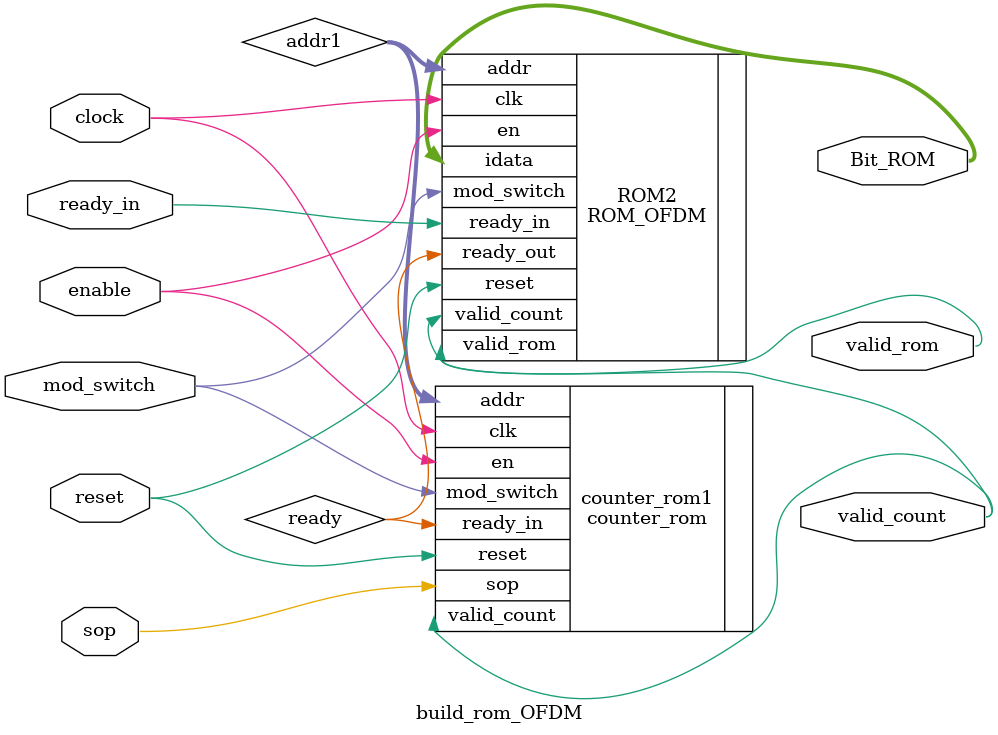
<source format=v>
    


module build_rom_OFDM
#(parameter ADDR_WIDTH=12)
(
	input clock, enable,reset, ready_in, mod_switch,sop,
	output [3:0] Bit_ROM,
	output valid_rom, valid_count
);
   wire [ADDR_WIDTH-1:0] addr1;
   wire ready;
	
	counter_rom counter_rom1							(.clk(clock),
									 				   	.en(enable),
														 .sop(sop),
														 .reset(reset),
														 .addr(addr1),
														 .ready_in(ready),
														 .valid_count(valid_count),
														 .mod_switch(mod_switch)
								  					 	);
	
	ROM_OFDM ROM2										    (.clk(clock),
														 .en(enable),
														 .reset(reset),
														 .addr(addr1),
														 .idata(Bit_ROM),
														 .ready_out(ready),
														 .ready_in(ready_in),
														 .valid_count(valid_count),
														 .valid_rom(valid_rom),
														 .mod_switch(mod_switch)
														 );
	

endmodule
</source>
